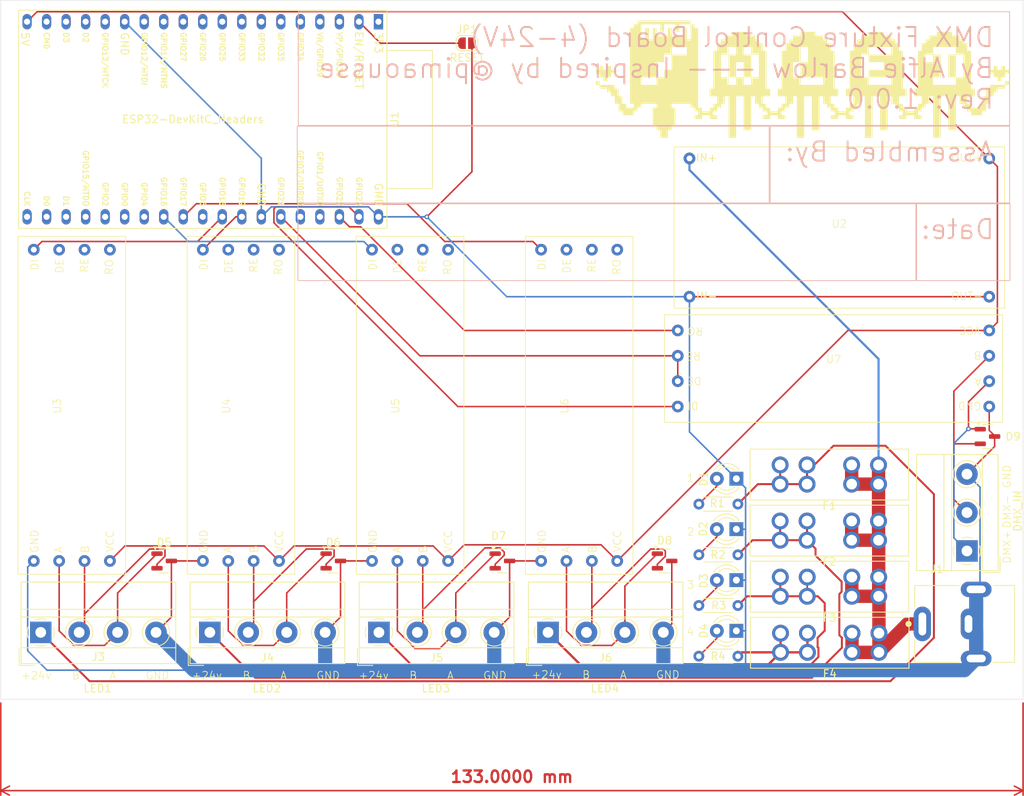
<source format=kicad_pcb>
(kicad_pcb (version 20240108) (generator "pcbnew") (generator_version "8.0")
  (layers (0 "F.Cu" signal) (31 "B.Cu" signal) (34 "B.Paste" user) (35 "F.Paste" user) (36 "B.SilkS" user "B.Silkscreen") (37 "F.SilkS" user "F.Silkscreen") (38 "B.Mask" user) (39 "F.Mask" user) (44 "Edge.Cuts" user))
  (net 0 "")
  (net 1 "Net-(D1-A)")
  (net 2 "GND")
  (net 3 "Net-(D2-A)")
  (net 4 "Net-(D3-A)")
  (net 5 "Net-(D4-A)")
  (net 6 "LED1-")
  (net 7 "LED1+")
  (net 8 "LED2+")
  (net 9 "LED2-")
  (net 10 "LED3-")
  (net 11 "LED3+")
  (net 12 "LED4-")
  (net 13 "LED4+")
  (net 14 "DMXIN-")
  (net 15 "DMXIN+")
  (net 16 "+24V")
  (net 17 "Net-(J3-Pin_1)")
  (net 18 "Net-(J4-Pin_1)")
  (net 19 "Net-(J5-Pin_1)")
  (net 20 "Net-(J6-Pin_1)")
  (net 30 "DMX_RX")
  (net 32 "DMX_EN")
  (net 33 "DMX_TX")
  (net 38 "WLED1")
  (net 40 "WLED4")
  (net 42 "RESET")
  (net 43 "WLED2")
  (net 44 "WLED3")
  (net 54 "+5V")
  (footprint "Package_TO_SOT_SMD:SOT-23" (layer "F.Cu") (at 143.1625 108)
    (property "Reference" "D7")
    (property "Value" "NUP2105L")
  )
  (footprint "TerminalBlock_MetzConnect:TerminalBlock_MetzConnect_Type011_RT05504HBWC_1x04_P5.00mm_Horizontal" (layer "F.Cu") (at 127.1 117.3)
    (property "Reference" "J5")
    (property "Value" "LED3")
  )
  (footprint "Package_TO_SOT_SMD:SOT-23" (layer "F.Cu") (at 164.2625 108)
    (property "Reference" "D8")
    (property "Value" "NUP2105L")
  )
  (footprint "Package_TO_SOT_SMD:SOT-23" (layer "F.Cu") (at 206.2625 91.8)
    (property "Reference" "D9")
    (property "Value" "NUP2105L")
  )
  (footprint "LED_THT:LED_D3.0mm" (layer "F.Cu") (at 173.6 103.87 180)
    (property "Reference" "D2")
    (property "Value" "LED" (hide yes))
  )
  (footprint "Max485:Max485" (layer "F.Cu") (at 109.649 87.838 90)
    (property "Reference" "U4")
    (property "Value" "~")
  )
  (footprint "Fuse:FuseHolder_Blade_ATO_Littelfuse_FLR_178.6165" (layer "F.Cu") (at 192.1 98 180)
    (property "Reference" "F1")
    (property "Value" "Fuse")
  )
  (footprint "Resistor_THT:R_Axial_DIN0204_L3.6mm_D1.6mm_P5.08mm_Horizontal" (layer "F.Cu") (at 173.8 107.2 180)
    (property "Reference" "R2")
    (property "Value" "4.7k")
  )
  (footprint "Max485:Max485" (layer "F.Cu") (at 87.647 87.838 90)
    (property "Reference" "U3")
    (property "Value" "~")
  )
  (footprint "Resistor_THT:R_Axial_DIN0204_L3.6mm_D1.6mm_P5.08mm_Horizontal" (layer "F.Cu") (at 173.8 120.4 180)
    (property "Reference" "R4")
    (property "Value" "4.7k")
  )
  (footprint "Resistor_THT:R_Axial_DIN0204_L3.6mm_D1.6mm_P5.08mm_Horizontal" (layer "F.Cu") (at 173.8 113.8 180)
    (property "Reference" "R3")
    (property "Value" "4.7k" (hide yes))
  )
  (footprint "WLED:WLED" (layer "F.Cu") (at 182.2 45.3)
    (property "Reference" "G***" (hide yes))
    (property "Value" "LOGO" (hide yes))
  )
  (footprint "Fuse:FuseHolder_Blade_ATO_Littelfuse_FLR_178.6165" (layer "F.Cu") (at 192.15 119.9 180)
    (property "Reference" "F4")
    (property "Value" "Fuse")
  )
  (footprint "LM2596S-Buck-Module:LM2596S-Buck-Module" (layer "F.Cu") (at 187 64.6)
    (property "Reference" "U2")
    (property "Value" "~")
  )
  (footprint "TerminalBlock_MetzConnect:TerminalBlock_MetzConnect_Type011_RT05504HBWC_1x04_P5.00mm_Horizontal" (layer "F.Cu") (at 83.1 117.3)
    (property "Reference" "J3")
    (property "Value" "LED1")
  )
  (footprint "TerminalBlock_MetzConnect:TerminalBlock_MetzConnect_Type011_RT05504HBWC_1x04_P5.00mm_Horizontal" (layer "F.Cu") (at 149.1 117.3)
    (property "Reference" "J6")
    (property "Value" "LED4")
  )
  (footprint "Jumper:SolderJumper-2_P1.3mm_Open_RoundedPad1.0x1.5mm" (layer "F.Cu") (at 138.55 40.6)
    (property "Reference" "JP1")
    (property "Value" "RESET")
  )
  (footprint "Fuse:FuseHolder_Blade_ATO_Littelfuse_FLR_178.6165" (layer "F.Cu") (at 192.1 105.3 180)
    (property "Reference" "F2")
    (property "Value" "Fuse")
  )
  (footprint "PCM_Espressif:ESP32-DevKitC_Headers" (layer "F.Cu") (at 127.04 37.8 -90)
    (property "Reference" "U1")
    (property "Value" "ESP32-DevKitC_Headers")
  )
  (footprint "PJ_063AH:CUI_PJ-063AH" (layer "F.Cu") (at 197.8 116.2)
    (property "Reference" "J1")
    (property "Value" "DC_IN")
  )
  (footprint "Package_TO_SOT_SMD:SOT-23" (layer "F.Cu") (at 121.1625 108)
    (property "Reference" "D6")
    (property "Value" "NUP2105L")
  )
  (footprint "Max485:Max485" (layer "F.Cu") (at 153.651 87.838 90)
    (property "Reference" "U6")
    (property "Value" "~")
  )
  (footprint "LED_THT:LED_D3.0mm" (layer "F.Cu") (at 173.6 117.1 180)
    (property "Reference" "D4")
    (property "Value" "LED")
  )
  (footprint "TerminalBlock_MetzConnect:TerminalBlock_MetzConnect_Type011_RT05503HBWC_1x03_P5.00mm_Horizontal" (layer "F.Cu") (at 203.6 106.7 90)
    (property "Reference" "J2" (hide yes))
    (property "Value" "DMX_IN")
  )
  (footprint "Resistor_THT:R_Axial_DIN0204_L3.6mm_D1.6mm_P5.08mm_Horizontal" (layer "F.Cu") (at 173.8 100.6 180)
    (property "Reference" "R1")
    (property "Value" "4.7k")
  )
  (footprint "Max485:Max485" (layer "F.Cu") (at 186.338 82.447 180)
    (property "Reference" "U7")
    (property "Value" "~")
  )
  (footprint "Fuse:FuseHolder_Blade_ATO_Littelfuse_FLR_178.6165" (layer "F.Cu") (at 192.12 112.6 180)
    (property "Reference" "F3")
    (property "Value" "Fuse")
  )
  (footprint "Package_TO_SOT_SMD:SOT-23" (layer "F.Cu") (at 99.1625 108)
    (property "Reference" "D5")
    (property "Value" "NUP2105L")
  )
  (footprint "LED_THT:LED_D3.0mm" (layer "F.Cu") (at 173.6 97.3 180)
    (property "Reference" "D1")
    (property "Value" "LED")
  )
  (footprint "TerminalBlock_MetzConnect:TerminalBlock_MetzConnect_Type011_RT05504HBWC_1x04_P5.00mm_Horizontal" (layer "F.Cu") (at 105.1 117.3)
    (property "Reference" "J4")
    (property "Value" "LED2")
  )
  (footprint "Max485:Max485" (layer "F.Cu") (at 131.649 87.838 90)
    (property "Reference" "U5")
    (property "Value" "~")
  )
  (footprint "LED_THT:LED_D3.0mm" (layer "F.Cu") (at 173.6 110.5 180)
    (property "Reference" "D3")
    (property "Value" "LED")
  )
  (gr_rect (start 77.9 35) (end 210.9 126) (stroke (width 0.05)) (fill none) (layer "Edge.Cuts"))
  (gr_text "GND" (at 140.6 123.5 0) (layer "F.SilkS") (effects (font (size 1 1) (thickness 0.1)) (justify left bottom)))
  (gr_text "GND" (at 209.4 98.6 90) (layer "F.SilkS") (effects (font (size 1 1) (thickness 0.1)) (justify left bottom)))
  (gr_text "B" (at 87.1 123.5 0) (layer "F.SilkS") (effects (font (size 1 1) (thickness 0.1)) (justify left bottom)))
  (gr_text "B" (at 153.5 123.4 0) (layer "F.SilkS") (effects (font (size 1 1) (thickness 0.1)) (justify left bottom)))
  (gr_text "GND" (at 118.9 123.5 0) (layer "F.SilkS") (effects (font (size 1 1) (thickness 0.1)) (justify left bottom)))
  (gr_text "B" (at 131 123.5 0) (layer "F.SilkS") (effects (font (size 1 1) (thickness 0.1)) (justify left bottom)))
  (gr_text "+24v" (at 124.4 123.5 0) (layer "F.SilkS") (effects (font (size 1 1) (thickness 0.1)) (justify left bottom)))
  (gr_text "+24v" (at 80.5 123.5 0) (layer "F.SilkS") (effects (font (size 1 1) (thickness 0.1)) (justify left bottom)))
  (gr_text "2" (at 167.1 104.8 0) (layer "F.SilkS") (effects (font (size 1 1) (thickness 0.1)) (justify left bottom)))
  (gr_text "A" (at 158.4 123.4 0) (layer "F.SilkS") (effects (font (size 1 1) (thickness 0.1)) (justify left bottom)))
  (gr_text "GND" (at 96.7 123.5 0) (layer "F.SilkS") (effects (font (size 1 1) (thickness 0.1)) (justify left bottom)))
  (gr_text "GND" (at 163.1 123.4 0) (layer "F.SilkS") (effects (font (size 1 1) (thickness 0.1)) (justify left bottom)))
  (gr_text "1" (at 167.1 97.8 0) (layer "F.SilkS") (effects (font (size 1 1) (thickness 0.1)) (justify left bottom)))
  (gr_text "B" (at 109.3 123.5 0) (layer "F.SilkS") (effects (font (size 1 1) (thickness 0.1)) (justify left bottom)))
  (gr_text "+24v" (at 102.7 123.5 0) (layer "F.SilkS") (effects (font (size 1 1) (thickness 0.1)) (justify left bottom)))
  (gr_text "DMX-" (at 209.4 103.8 90) (layer "F.SilkS") (effects (font (size 1 1) (thickness 0.1)) (justify left bottom)))
  (gr_text "4" (at 167.1 117.8 0) (layer "F.SilkS") (effects (font (size 1 1) (thickness 0.1)) (justify left bottom)))
  (gr_text "+24v" (at 146.9 123.4 0) (layer "F.SilkS") (effects (font (size 1 1) (thickness 0.1)) (justify left bottom)))
  (gr_text "A" (at 92 123.5 0) (layer "F.SilkS") (effects (font (size 1 1) (thickness 0.1)) (justify left bottom)))
  (gr_text "A" (at 135.9 123.5 0) (layer "F.SilkS") (effects (font (size 1 1) (thickness 0.1)) (justify left bottom)))
  (gr_text "DMX+" (at 209.4 108.4 90) (layer "F.SilkS") (effects (font (size 1 1) (thickness 0.1)) (justify left bottom)))
  (gr_text "3" (at 167.1 111.7 0) (layer "F.SilkS") (effects (font (size 1 1) (thickness 0.1)) (justify left bottom)))
  (gr_text "A" (at 114.2 123.5 0) (layer "F.SilkS") (effects (font (size 1 1) (thickness 0.1)) (justify left bottom)))
  (gr_text_box "Assembled By:" (start 209.155 51.4) (end 178.01 61.4) (layer "B.SilkS") (effects (font (size 2.5 2.5) (thickness 0.25)) (justify left top mirror)) (border yes) (stroke (width 0.1)))
  (gr_text_box "DMX Fixture Control Board (4-24V)\nBy Alfie Barlow --- Inspired by @pimaousse\nRev: 1.0.0\n" (start 209.155 36.5) (end 116.61 51.3) (layer "B.SilkS") (effects (font (size 2.5 2.5) (thickness 0.25)) (justify left top mirror)) (border yes) (stroke (width 0.1)))
  (gr_text_box "" (start 196.955 61.5) (end 116.555 71.5) (layer "B.SilkS") (effects (font (size 1 1) (thickness 0.1)) (justify left top mirror)) (border yes) (stroke (width 0.1)))
  (gr_text_box "" (start 177.8725 51.4) (end 116.4725 61.4) (layer "B.SilkS") (effects (font (size 1 1) (thickness 0.1)) (justify left top mirror)) (border yes) (stroke (width 0.1)))
  (gr_text_box "Date:" (start 209.2 61.5) (end 197.055 71.5) (layer "B.SilkS") (effects (font (size 2.5 2.5) (thickness 0.25)) (justify left top mirror)) (border yes) (stroke (width 0.1)))
  (dimension (type aligned) (layer "F.Cu") (pts (xy 210.9 126) (xy 77.9 126)) (height -11.9) (gr_text "133.0000 mm" (at 144.4 136.1 0) (layer "F.Cu") (effects (font (size 1.5 1.5) (thickness 0.3)))) (format (prefix "") (suffix "") (units 3) (units_format 1) (precision 4)) (style (thickness 0.2) (arrow_length 1.27) (text_position_mode 0) (extension_height 0.58642) (extension_offset 0.5) keep_text_aligned))
  (segment (start 168.72 100.6) (end 171.06 98.26) (width 0.2) (layer "F.Cu") (net 1))
  (segment (start 171.06 98.26) (end 171.06 97.3) (width 0.2) (layer "F.Cu") (net 1))
  (segment (start 165.2 116.2) (end 164.1 117.3) (width 0.2) (layer "F.Cu") (net 2))
  (segment (start 207.2 91.7) (end 206.5 91) (width 0.2) (layer "F.Cu") (net 2))
  (segment (start 122.1 115.3) (end 120.1 117.3) (width 0.2) (layer "F.Cu") (net 2))
  (segment (start 100.1 115.3) (end 98.1 117.3) (width 0.2) (layer "F.Cu") (net 2))
  (segment (start 207.2 91.8) (end 207.2 93.1) (width 0.2) (layer "F.Cu") (net 2))
  (segment (start 122.1 108) (end 122.1 115.3) (width 0.2) (layer "F.Cu") (net 2))
  (segment (start 144.1 108) (end 148.198 108) (width 0.2) (layer "F.Cu") (net 2))
  (segment (start 126.196 108) (end 122.1 108) (width 0.2) (layer "F.Cu") (net 2))
  (segment (start 207.2 91.8) (end 207.2 91.7) (width 0.2) (layer "F.Cu") (net 2))
  (segment (start 100.1 108) (end 100.1 115.3) (width 0.2) (layer "F.Cu") (net 2))
  (segment (start 167.5 73.6) (end 206.5 73.6) (width 0.2) (layer "F.Cu") (net 2))
  (segment (start 144.1 108) (end 144.1 115.3) (width 0.2) (layer "F.Cu") (net 2))
  (segment (start 207.2 93.1) (end 203.6 96.7) (width 0.2) (layer "F.Cu") (net 2))
  (segment (start 100.1 108) (end 104.196 108) (width 0.2) (layer "F.Cu") (net 2))
  (segment (start 139.2 40.6) (end 139.2 57.327895) (width 0.2) (layer "F.Cu") (net 2))
  (segment (start 144.1 115.3) (end 142.1 117.3) (width 0.2) (layer "F.Cu") (net 2))
  (segment (start 139.2 57.327895) (end 133.327895 63.2) (width 0.2) (layer "F.Cu") (net 2))
  (segment (start 165.2 108) (end 165.2 116.2) (width 0.2) (layer "F.Cu") (net 2))
  (segment (start 206.5 91) (end 206.5 87.9) (width 0.2) (layer "F.Cu") (net 2))
  (via (at 133.327895 63.2) (size 0.6) (drill 0.3) (layers "F.Cu" "B.Cu") (net 2))
  (segment (start 174.7 110.5) (end 174.8 110.4) (width 0.2) (layer "B.Cu") (net 2))
  (segment (start 173.6 97.3) (end 174.8 98.5) (width 0.2) (layer "B.Cu") (net 2))
  (segment (start 125.74 61.9) (end 113.1 61.9) (width 0.2) (layer "B.Cu") (net 2))
  (segment (start 164.1 122.22) (end 164.1 117.3) (width 1.84) (layer "B.Cu") (net 2))
  (segment (start 205.3 111.2) (end 204.8 111.7) (width 0.2) (layer "B.Cu") (net 2))
  (segment (start 143.727895 73.6) (end 167.5 73.6) (width 0.2) (layer "B.Cu") (net 2))
  (segment (start 204.8 120.7) (end 203.28 122.22) (width 1.84) (layer "B.Cu") (net 2))
  (segment (start 142.1 122.22) (end 142.1 117.3) (width 1.84) (layer "B.Cu") (net 2))
  (segment (start 113.1 61.9) (end 111.8 63.2) (width 0.2) (layer "B.Cu") (net 2))
  (segment (start 127.04 63.2) (end 133.327895 63.2) (width 0.2) (layer "B.Cu") (net 2))
  (segment (start 203.28 122.22) (end 174.9 122.22) (width 1.84) (layer "B.Cu") (net 2))
  (segment (start 81.4 108.794) (end 81.4 119.7) (width 0.2) (layer "B.Cu") (net 2))
  (segment (start 204.8 120.7) (end 204.8 111.7) (width 1.84) (layer "B.Cu") (net 2))
  (segment (start 204.8 120.7) (end 204.8 117.2) (width 1.84) (layer "B.Cu") (net 2))
  (segment (start 167.5 91.2) (end 173.6 97.3) (width 0.2) (layer "B.Cu") (net 2))
  (segment (start 174.8 110.4) (end 174.8 117.1) (width 0.2) (layer "B.Cu") (net 2))
  (segment (start 173.6 103.87) (end 174.77 103.87) (width 0.2) (layer "B.Cu") (net 2))
  (segment (start 205.3 98.4) (end 205.3 111.2) (width 0.2) (layer "B.Cu") (net 2))
  (segment (start 103.02 122.22) (end 98.1 117.3) (width 1.84) (layer "B.Cu") (net 2))
  (segment (start 111.8 55.58) (end 94.02 37.8) (width 0.2) (layer "B.Cu") (net 2))
  (segment (start 120.1 122.22) (end 103.02 122.22) (width 1.84) (layer "B.Cu") (net 2))
  (segment (start 174.8 98.5) (end 174.8 103.9) (width 0.2) (layer "B.Cu") (net 2))
  (segment (start 203.6 96.7) (end 205.3 98.4) (width 0.2) (layer "B.Cu") (net 2))
  (segment (start 120.1 122.22) (end 120.1 117.3) (width 1.84) (layer "B.Cu") (net 2))
  (segment (start 164.1 122.22) (end 142.1 122.22) (width 1.84) (layer "B.Cu") (net 2))
  (segment (start 142.1 122.22) (end 120.1 122.22) (width 1.84) (layer "B.Cu") (net 2))
  (segment (start 111.8 63.2) (end 111.8 55.58) (width 0.2) (layer "B.Cu") (net 2))
  (segment (start 174.8 103.9) (end 174.8 110.4) (width 0.2) (layer "B.Cu") (net 2))
  (segment (start 133.327895 63.2) (end 143.727895 73.6) (width 0.2) (layer "B.Cu") (net 2))
  (segment (start 173.6 110.5) (end 174.7 110.5) (width 0.2) (layer "B.Cu") (net 2))
  (segment (start 174.8 122.12) (end 174.9 122.22) (width 0.2) (layer "B.Cu") (net 2))
  (segment (start 174.9 122.22) (end 164.1 122.22) (width 1.84) (layer "B.Cu") (net 2))
  (segment (start 174.8 117.1) (end 174.8 122.12) (width 0.2) (layer "B.Cu") (net 2))
  (segment (start 204.8 117.2) (end 203.8 116.2) (width 0.2) (layer "B.Cu") (net 2))
  (segment (start 81.4 119.7) (end 83.92 122.22) (width 0.2) (layer "B.Cu") (net 2))
  (segment (start 173.6 117.1) (end 174.8 117.1) (width 0.2) (layer "B.Cu") (net 2))
  (segment (start 83.92 122.22) (end 103.02 122.22) (width 0.2) (layer "B.Cu") (net 2))
  (segment (start 174.77 103.87) (end 174.8 103.9) (width 0.2) (layer "B.Cu") (net 2))
  (segment (start 82.194 108) (end 81.4 108.794) (width 0.2) (layer "B.Cu") (net 2))
  (segment (start 167.5 73.6) (end 167.5 91.2) (width 0.2) (layer "B.Cu") (net 2))
  (segment (start 127.04 63.2) (end 125.74 61.9) (width 0.2) (layer "B.Cu") (net 2))
  (segment (start 171.06 104.86) (end 171.06 103.87) (width 0.2) (layer "F.Cu") (net 3))
  (segment (start 168.72 107.2) (end 171.06 104.86) (width 0.2) (layer "F.Cu") (net 3))
  (segment (start 171.06 111.46) (end 171.06 110.5) (width 0.2) (layer "F.Cu") (net 4))
  (segment (start 168.72 113.8) (end 171.06 111.46) (width 0.2) (layer "F.Cu") (net 4))
  (segment (start 168.72 120.4) (end 171.06 118.06) (width 0.2) (layer "F.Cu") (net 5))
  (segment (start 171.06 118.06) (end 171.06 117.1) (width 0.2) (layer "F.Cu") (net 5))
  (segment (start 93.1 112.175) (end 93.1 117.3) (width 0.2) (layer "F.Cu") (net 6))
  (segment (start 85.496 108) (end 85.496 117.100164) (width 0.2) (layer "F.Cu") (net 6))
  (segment (start 98.225 107.05) (end 93.1 112.175) (width 0.2) (layer "F.Cu") (net 6))
  (segment (start 87.395836 119) (end 91.4 119) (width 0.2) (layer "F.Cu") (net 6))
  (segment (start 85.496 117.100164) (end 87.395836 119) (width 0.2) (layer "F.Cu") (net 6))
  (segment (start 91.4 119) (end 93.1 117.3) (width 0.2) (layer "F.Cu") (net 6))
  (segment (start 88.798 114.902) (end 88.798 115.1) (width 0.2) (layer "F.Cu") (net 7))
  (segment (start 88.798 116.602) (end 88.1 117.3) (width 0.2) (layer "F.Cu") (net 7))
  (segment (start 97.25 106.45) (end 88.798 114.902) (width 0.2) (layer "F.Cu") (net 7))
  (segment (start 99.2625 107.390552) (end 99.2625 106.4625) (width 0.2) (layer "F.Cu") (net 7))
  (segment (start 98.225 108.428052) (end 99.2625 107.390552) (width 0.2) (layer "F.Cu") (net 7))
  (segment (start 98.225 108.95) (end 98.225 108.428052) (width 0.2) (layer "F.Cu") (net 7))
  (segment (start 99.25 106.45) (end 97.25 106.45) (width 0.2) (layer "F.Cu") (net 7))
  (segment (start 88.798 108) (end 88.798 116.602) (width 0.2) (layer "F.Cu") (net 7))
  (segment (start 99.2625 106.4625) (end 99.25 106.45) (width 0.2) (layer "F.Cu") (net 7))
  (segment (start 121.2625 106.5625) (end 121.15 106.45) (width 0.2) (layer "F.Cu") (net 8))
  (segment (start 120.225 108.428052) (end 121.2625 107.390552) (width 0.2) (layer "F.Cu") (net 8))
  (segment (start 121.2625 107.390552) (end 121.2625 106.5625) (width 0.2) (layer "F.Cu") (net 8))
  (segment (start 110.8 113.3) (end 110.8 116.6) (width 0.2) (layer "F.Cu") (net 8))
  (segment (start 110.8 116.6) (end 110.1 117.3) (width 0.2) (layer "F.Cu") (net 8))
  (segment (start 110.8 108) (end 110.8 113.3) (width 0.2) (layer "F.Cu") (net 8))
  (segment (start 120.225 108.95) (end 120.225 108.428052) (width 0.2) (layer "F.Cu") (net 8))
  (segment (start 117.65 106.45) (end 110.8 113.3) (width 0.2) (layer "F.Cu") (net 8))
  (segment (start 121.15 106.45) (end 117.65 106.45) (width 0.2) (layer "F.Cu") (net 8))
  (segment (start 109.395836 119) (end 113.4 119) (width 0.2) (layer "F.Cu") (net 9))
  (segment (start 113.4 119) (end 115.1 117.3) (width 0.2) (layer "F.Cu") (net 9))
  (segment (start 115.1 112.175) (end 115.1 117.3) (width 0.2) (layer "F.Cu") (net 9))
  (segment (start 120.225 107.05) (end 115.1 112.175) (width 0.2) (layer "F.Cu") (net 9))
  (segment (start 107.498 108) (end 107.498 117.102164) (width 0.2) (layer "F.Cu") (net 9))
  (segment (start 107.498 117.102164) (end 109.395836 119) (width 0.2) (layer "F.Cu") (net 9))
  (segment (start 142.225 107.05) (end 137.1 112.175) (width 0.2) (layer "F.Cu") (net 10))
  (segment (start 135 119.4) (end 137.1 117.3) (width 0.2) (layer "F.Cu") (net 10))
  (segment (start 129.498 117.102164) (end 131.795836 119.4) (width 0.2) (layer "F.Cu") (net 10))
  (segment (start 137.1 112.175) (end 137.1 117.3) (width 0.2) (layer "F.Cu") (net 10))
  (segment (start 129.498 108) (end 129.498 117.102164) (width 0.2) (layer "F.Cu") (net 10))
  (segment (start 131.795836 119.4) (end 135 119.4) (width 0.2) (layer "F.Cu") (net 10))
  (segment (start 140.9 106.3) (end 132.8 114.4) (width 0.2) (layer "F.Cu") (net 11))
  (segment (start 143.4 106.846948) (end 142.853052 106.3) (width 0.2) (layer "F.Cu") (net 11))
  (segment (start 132.8 108) (end 132.8 114.4) (width 0.2) (layer "F.Cu") (net 11))
  (segment (start 132.8 116.6) (end 132.1 117.3) (width 0.2) (layer "F.Cu") (net 11))
  (segment (start 142.225 108.428052) (end 143.4 107.253052) (width 0.2) (layer "F.Cu") (net 11))
  (segment (start 143.4 107.253052) (end 143.4 106.846948) (width 0.2) (layer "F.Cu") (net 11))
  (segment (start 132.8 114.4) (end 132.8 116.6) (width 0.2) (layer "F.Cu") (net 11))
  (segment (start 142.225 108.95) (end 142.225 108.428052) (width 0.2) (layer "F.Cu") (net 11))
  (segment (start 142.853052 106.3) (end 140.9 106.3) (width 0.2) (layer "F.Cu") (net 11))
  (segment (start 151.5 108) (end 151.5 117.104164) (width 0.2) (layer "F.Cu") (net 12))
  (segment (start 163.325 107.05) (end 159.1 111.275) (width 0.2) (layer "F.Cu") (net 12))
  (segment (start 159.1 111.275) (end 159.1 117.3) (width 0.2) (layer "F.Cu") (net 12))
  (segment (start 157.4 119) (end 159.1 117.3) (width 0.2) (layer "F.Cu") (net 12))
  (segment (start 153.395836 119) (end 157.4 119) (width 0.2) (layer "F.Cu") (net 12))
  (segment (start 151.5 117.104164) (end 153.395836 119) (width 0.2) (layer "F.Cu") (net 12))
  (segment (start 164.103052 106.45) (end 162.452 106.45) (width 0.2) (layer "F.Cu") (net 13))
  (segment (start 163.325 108.95) (end 163.325 108.428052) (width 0.2) (layer "F.Cu") (net 13))
  (segment (start 162.452 106.45) (end 154.802 114.1) (width 0.2) (layer "F.Cu") (net 13))
  (segment (start 164.3625 107.390552) (end 164.3625 106.709448) (width 0.2) (layer "F.Cu") (net 13))
  (segment (start 154.802 108) (end 154.802 114.6) (width 0.2) (layer "F.Cu") (net 13))
  (segment (start 154.802 114.1) (end 154.802 114.6) (width 0.2) (layer "F.Cu") (net 13))
  (segment (start 164.3625 106.709448) (end 164.103052 106.45) (width 0.2) (layer "F.Cu") (net 13))
  (segment (start 163.325 108.428052) (end 164.3625 107.390552) (width 0.2) (layer "F.Cu") (net 13))
  (segment (start 154.802 116.598) (end 154.1 117.3) (width 0.2) (layer "F.Cu") (net 13))
  (segment (start 154.802 114.6) (end 154.802 116.598) (width 0.2) (layer "F.Cu") (net 13))
  (segment (start 205.325 92.75) (end 201.95 92.75) (width 0.2) (layer "F.Cu") (net 14))
  (segment (start 201.95 92.75) (end 201.9 92.7) (width 0.2) (layer "F.Cu") (net 14))
  (segment (start 201.9 100) (end 201.9 92.7) (width 0.2) (layer "F.Cu") (net 14))
  (segment (start 201.9 92.7) (end 201.9 85.896) (width 0.2) (layer "F.Cu") (net 14))
  (segment (start 203.6 101.7) (end 201.9 100) (width 0.2) (layer "F.Cu") (net 14))
  (segment (start 201.9 85.896) (end 206.5 81.296) (width 0.2) (layer "F.Cu") (net 14))
  (segment (start 203.8 87.298) (end 206.5 84.598) (width 0.2) (layer "F.Cu") (net 15))
  (segment (start 205.275 90.8) (end 205.325 90.85) (width 0.2) (layer "F.Cu") (net 15))
  (segment (start 203.8 90.8) (end 205.275 90.8) (width 0.2) (layer "F.Cu") (net 15))
  (segment (start 203.8 90.8) (end 203.8 87.298) (width 0.2) (layer "F.Cu") (net 15))
  (via (at 203.8 90.8) (size 0.6) (drill 0.3) (layers "F.Cu" "B.Cu") (net 15))
  (segment (start 201.9 92.7) (end 203.8 90.8) (width 0.2) (layer "B.Cu") (net 15))
  (segment (start 201.9 105) (end 201.9 92.7) (width 0.2) (layer "B.Cu") (net 15))
  (segment (start 203.6 106.7) (end 201.9 105) (width 0.2) (layer "B.Cu") (net 15))
  (segment (start 192.12 105.32) (end 192.1 105.3) (width 1.74) (layer "F.Cu") (net 16))
  (segment (start 188.65 119.9) (end 188.65 117.4) (width 1.74) (layer "F.Cu") (net 16))
  (segment (start 197.8 116.2) (end 195.85 116.2) (width 1.74) (layer "F.Cu") (net 16))
  (segment (start 188.6 98) (end 188.6 95.5) (width 1.74) (layer "F.Cu") (net 16))
  (segment (start 192.12 112.6) (end 188.62 112.6) (width 1.74) (layer "F.Cu") (net 16))
  (segment (start 192.1 98) (end 188.6 98) (width 1.74) (layer "F.Cu") (net 16))
  (segment (start 188.6 105.3) (end 188.6 102.8) (width 1.74) (layer "F.Cu") (net 16))
  (segment (start 195.85 116.2) (end 192.15 119.9) (width 1.74) (layer "F.Cu") (net 16))
  (segment (start 192.15 119.9) (end 188.65 119.9) (width 1.74) (layer "F.Cu") (net 16))
  (segment (start 192.15 117.4) (end 192.15 112.63) (width 1.74) (layer "F.Cu") (net 16))
  (segment (start 192.1 105.3) (end 192.1 102.8) (width 1.74) (layer "F.Cu") (net 16))
  (segment (start 192.12 110.1) (end 192.12 105.32) (width 1.74) (layer "F.Cu") (net 16))
  (segment (start 192.1 102.8) (end 192.1 98) (width 1.74) (layer "F.Cu") (net 16))
  (segment (start 188.62 112.6) (end 188.62 110.1) (width 1.74) (layer "F.Cu") (net 16))
  (segment (start 192.1 105.3) (end 188.6 105.3) (width 1.74) (layer "F.Cu") (net 16))
  (segment (start 192.12 112.6) (end 192.12 110.1) (width 1.74) (layer "F.Cu") (net 16))
  (segment (start 192.1 98) (end 192.1 95.5) (width 1.74) (layer "F.Cu") (net 16))
  (segment (start 192.15 112.63) (end 192.12 112.6) (width 1.74) (layer "F.Cu") (net 16))
  (segment (start 192.15 119.9) (end 192.15 117.4) (width 1.74) (layer "F.Cu") (net 16))
  (segment (start 167.5 55.6) (end 167.5 57.1) (width 0.274) (layer "B.Cu") (net 16))
  (segment (start 192.1 81.7) (end 192.1 95.5) (width 0.274) (layer "B.Cu") (net 16))
  (segment (start 167.5 57.1) (end 192.1 81.7) (width 0.274) (layer "B.Cu") (net 16))
  (segment (start 186.244366 93) (end 193 93) (width 0.257) (layer "F.Cu") (net 17))
  (segment (start 179.3 98) (end 176.4 98) (width 0.257) (layer "F.Cu") (net 17))
  (segment (start 179.3 98) (end 182.8 98) (width 0.257) (layer "F.Cu") (net 17))
  (segment (start 182.8 98) (end 182.8 95.5) (width 0.257) (layer "F.Cu") (net 17))
  (segment (start 193.643 123.657) (end 89.457 123.657) (width 0.257) (layer "F.Cu") (net 17))
  (segment (start 199.3 99.3) (end 199.3 118) (width 0.257) (layer "F.Cu") (net 17))
  (segment (start 193 93) (end 199.3 99.3) (width 0.257) (layer "F.Cu") (net 17))
  (segment (start 182.8 96.444366) (end 186.244366 93) (width 0.257) (layer "F.Cu") (net 17))
  (segment (start 182.8 98) (end 182.8 96.444366) (width 0.257) (layer "F.Cu") (net 17))
  (segment (start 176.4 98) (end 173.8 100.6) (width 0.257) (layer "F.Cu") (net 17))
  (segment (start 199.3 118) (end 193.643 123.657) (width 0.257) (layer "F.Cu") (net 17))
  (segment (start 89.457 123.657) (end 83.1 117.3) (width 0.257) (layer "F.Cu") (net 17))
  (segment (start 179.3 98) (end 179.3 95.5) (width 0.257) (layer "F.Cu") (net 17))
  (segment (start 182.8 105.3) (end 183.899999 106.399999) (width 0.257) (layer "F.Cu") (net 18))
  (segment (start 183.899999 106.399999) (end 183.899999 107.297663) (width 0.257) (layer "F.Cu") (net 18))
  (segment (start 187 117.667664) (end 187.3285 117.996164) (width 0.257) (layer "F.Cu") (net 18))
  (segment (start 187.3285 117.996164) (end 187.3285 119.303836) (width 0.257) (layer "F.Cu") (net 18))
  (segment (start 183.432336 123.2) (end 111 123.2) (width 0.257) (layer "F.Cu") (net 18))
  (segment (start 187.2985 112.003836) (end 187 112.302336) (width 0.257) (layer "F.Cu") (net 18))
  (segment (start 187 112.302336) (end 187 117.667664) (width 0.257) (layer "F.Cu") (net 18))
  (segment (start 111 123.2) (end 105.1 117.3) (width 0.257) (layer "F.Cu") (net 18))
  (segment (start 183.899999 107.297663) (end 187.2985 110.696164) (width 0.257) (layer "F.Cu") (net 18))
  (segment (start 179.3 105.3) (end 179.3 102.8) (width 0.257) (layer "F.Cu") (net 18))
  (segment (start 187.2985 110.696164) (end 187.2985 112.003836) (width 0.257) (layer "F.Cu") (net 18))
  (segment (start 187.3285 119.303836) (end 183.432336 123.2) (width 0.257) (layer "F.Cu") (net 18))
  (segment (start 179.3 105.3) (end 182.8 105.3) (width 0.257) (layer "F.Cu") (net 18))
  (segment (start 179.3 105.3) (end 175.7 105.3) (width 0.257) (layer "F.Cu") (net 18))
  (segment (start 175.7 105.3) (end 173.8 107.2) (width 0.257) (layer "F.Cu") (net 18))
  (segment (start 182.8 105.3) (end 182.8 102.8) (width 0.257) (layer "F.Cu") (net 18))
  (segment (start 175 112.6) (end 173.8 113.8) (width 0.257) (layer "F.Cu") (net 19))
  (segment (start 182.82 110.1) (end 182.82 112.6) (width 0.2) (layer "F.Cu") (net 19))
  (segment (start 179.32 112.6) (end 182.82 112.6) (width 0.257) (layer "F.Cu") (net 19))
  (segment (start 184.2 112.6) (end 185.096164 113.496164) (width 0.257) (layer "F.Cu") (net 19))
  (segment (start 185.096164 117.0715) (end 184.1715 117.996164) (width 0.257) (layer "F.Cu") (net 19))
  (segment (start 184.2785 119.308295) (end 184.2785 120.491705) (width 0.257) (layer "F.Cu") (net 19))
  (segment (start 182.82 112.6) (end 184.2 112.6) (width 0.257) (layer "F.Cu") (net 19))
  (segment (start 184.2785 120.491705) (end 182.470205 122.3) (width 0.257) (layer "F.Cu") (net 19))
  (segment (start 179.32 112.6) (end 175 112.6) (width 0.257) (layer "F.Cu") (net 19))
  (segment (start 184.1715 117.996164) (end 184.1715 119.201295) (width 0.257) (layer "F.Cu") (net 19))
  (segment (start 179.32 110.1) (end 179.32 112.6) (width 0.257) (layer "F.Cu") (net 19))
  (segment (start 185.096164 113.496164) (end 185.096164 117.0715) (width 0.257) (layer "F.Cu") (net 19))
  (segment (start 132.1 122.3) (end 127.1 117.3) (width 0.257) (layer "F.Cu") (net 19))
  (segment (start 184.1715 119.201295) (end 184.2785 119.308295) (width 0.257) (layer "F.Cu") (net 19))
  (segment (start 182.470205 122.3) (end 132.1 122.3) (width 0.257) (layer "F.Cu") (net 19))
  (segment (start 179.35 119.9) (end 179.35 117.4) (width 0.3) (layer "F.Cu") (net 20))
  (segment (start 179.35 119.9) (end 182.85 119.9) (width 0.3) (layer "F.Cu") (net 20))
  (segment (start 153.25 121.45) (end 149.1 117.3) (width 0.3) (layer "F.Cu") (net 20))
  (segment (start 174.3 119.9) (end 173.8 120.4) (width 0.2) (layer "F.Cu") (net 20))
  (segment (start 182.85 119.9) (end 182.85 117.4) (width 0.3) (layer "F.Cu") (net 20))
  (segment (start 179.35 119.9) (end 177.8 121.45) (width 0.3) (layer "F.Cu") (net 20))
  (segment (start 177.8 121.45) (end 153.25 121.45) (width 0.3) (layer "F.Cu") (net 20))
  (segment (start 179.35 119.9) (end 174.3 119.9) (width 0.3) (layer "F.Cu") (net 20))
  (segment (start 138.215895 77.994) (end 124.721895 64.5) (width 0.2) (layer "F.Cu") (net 30))
  (segment (start 165.976 77.994) (end 138.215895 77.994) (width 0.2) (layer "F.Cu") (net 30))
  (segment (start 123.26 64.5) (end 121.96 63.2) (width 0.2) (layer "F.Cu") (net 30))
  (segment (start 124.721895 64.5) (end 123.26 64.5) (width 0.2) (layer "F.Cu") (net 30))
  (segment (start 165.976 81.296) (end 165.976 84.598) (width 0.2) (layer "F.Cu") (net 32))
  (segment (start 165.976 81.296) (end 132.436 81.296) (width 0.2) (layer "F.Cu") (net 32))
  (segment (start 132.436 81.296) (end 114.34 63.2) (width 0.2) (layer "F.Cu") (net 32))
  (segment (start 113.44 63.972792) (end 113.44 62.16) (width 0.2) (layer "F.Cu") (net 33))
  (segment (start 113.7 61.9) (end 123.2 61.9) (width 0.2) (layer "F.Cu") (net 33))
  (segment (start 123.2 61.9) (end 124.5 63.2) (width 0.2) (layer "F.Cu") (net 33))
  (segment (start 113.44 62.16) (end 113.7 61.9) (width 0.2) (layer "F.Cu") (net 33))
  (segment (start 137.367208 87.9) (end 113.44 63.972792) (width 0.2) (layer "F.Cu") (net 33))
  (segment (start 165.976 87.9) (end 137.367208 87.9) (width 0.2) (layer "F.Cu") (net 33))
  (segment (start 83.256 66.414) (end 103.506 66.414) (width 0.2) (layer "F.Cu") (net 38))
  (segment (start 103.506 66.414) (end 106.72 63.2) (width 0.2) (layer "F.Cu") (net 38))
  (segment (start 82.194 67.476) (end 83.256 66.414) (width 0.2) (layer "F.Cu") (net 38))
  (segment (start 148.198 67.476) (end 147.136 66.414) (width 0.2) (layer "F.Cu") (net 40))
  (segment (start 135.662105 66.414) (end 130.748105 61.5) (width 0.2) (layer "F.Cu") (net 40))
  (segment (start 147.136 66.414) (end 135.662105 66.414) (width 0.2) (layer "F.Cu") (net 40))
  (segment (start 103.34 61.5) (end 101.64 63.2) (width 0.2) (layer "F.Cu") (net 40))
  (segment (start 130.748105 61.5) (end 103.34 61.5) (width 0.2) (layer "F.Cu") (net 40))
  (segment (start 127.3 40.6) (end 124.5 37.8) (width 0.2) (layer "F.Cu") (net 42))
  (segment (start 137.9 40.6) (end 127.3 40.6) (width 0.2) (layer "F.Cu") (net 42))
  (segment (start 104.196 67.476) (end 108.472 63.2) (width 0.2) (layer "F.Cu") (net 43))
  (segment (start 108.472 63.2) (end 109.26 63.2) (width 0.2) (layer "F.Cu") (net 43))
  (segment (start 125.134 66.414) (end 126.196 67.476) (width 0.2) (layer "B.Cu") (net 44))
  (segment (start 102.314 66.414) (end 125.134 66.414) (width 0.2) (layer "B.Cu") (net 44))
  (segment (start 99.1 63.2) (end 102.314 66.414) (width 0.2) (layer "B.Cu") (net 44))
  (segment (start 82.62 36.5) (end 187.4 36.5) (width 0.2) (layer "F.Cu") (net 54))
  (segment (start 187.4 36.5) (end 206.5 55.6) (width 0.2) (layer "F.Cu") (net 54))
  (segment (start 94.05 106.05) (end 92.1 108) (width 0.2) (layer "F.Cu") (net 54))
  (segment (start 207.562 56.662) (end 206.5 55.6) (width 0.2) (layer "F.Cu") (net 54))
  (segment (start 206.5 77.994) (end 207.562 76.932) (width 0.2) (layer "F.Cu") (net 54))
  (segment (start 156.004 105.9) (end 138.202 105.9) (width 0.2) (layer "F.Cu") (net 54))
  (segment (start 116.052 106.05) (end 114.102 108) (width 0.2) (layer "F.Cu") (net 54))
  (segment (start 188.11 77.994) (end 158.104 108) (width 0.2) (layer "F.Cu") (net 54))
  (segment (start 81.32 37.8) (end 82.62 36.5) (width 0.2) (layer "F.Cu") (net 54))
  (segment (start 158.104 108) (end 156.004 105.9) (width 0.2) (layer "F.Cu") (net 54))
  (segment (start 114.102 108) (end 112.152 106.05) (width 0.2) (layer "F.Cu") (net 54))
  (segment (start 138.202 105.9) (end 136.102 108) (width 0.2) (layer "F.Cu") (net 54))
  (segment (start 136.102 108) (end 134.152 106.05) (width 0.2) (layer "F.Cu") (net 54))
  (segment (start 206.5 77.994) (end 188.11 77.994) (width 0.2) (layer "F.Cu") (net 54))
  (segment (start 207.562 76.932) (end 207.562 56.662) (width 0.2) (layer "F.Cu") (net 54))
  (segment (start 112.152 106.05) (end 94.05 106.05) (width 0.2) (layer "F.Cu") (net 54))
  (segment (start 134.152 106.05) (end 116.052 106.05) (width 0.2) (layer "F.Cu") (net 54))
)
</source>
